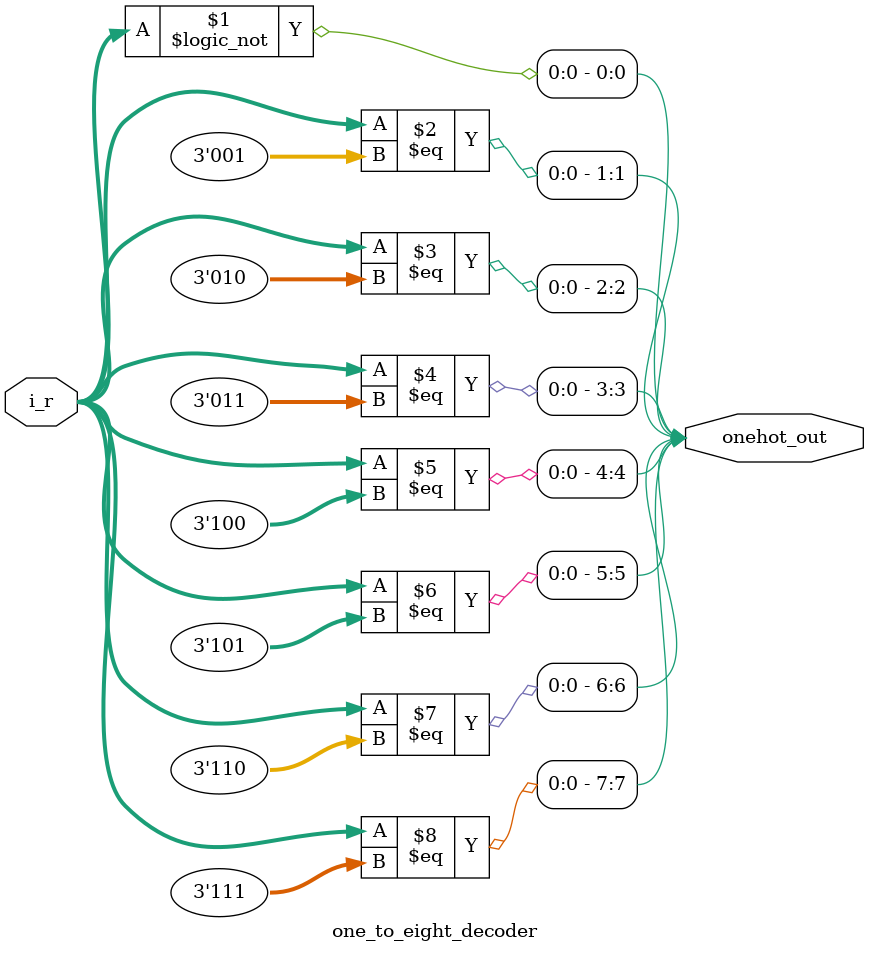
<source format=v>
/* TODO: Names of all group members
 * TODO: PennKeys of all group members
 *
 * lc4_regfile.v
 * Implements an 8-register register file parameterized on word size.
 *
 */

`timescale 1ns / 1ps

// Prevent implicit wire declaration
`default_nettype none

module lc4_regfile #(parameter n = 16)
   (input  wire         clk,
    input  wire         gwe,
    input  wire         rst,
    input  wire [  2:0] i_rs,      // rs selector
    output wire [n-1:0] o_rs_data, // rs contents
    input  wire [  2:0] i_rt,      // rt selector
    output wire [n-1:0] o_rt_data, // rt contents
    input  wire [  2:0] i_rd,      // rd selector
    input  wire [n-1:0] i_wdata,   // data to write
    input  wire         i_rd_we    // write enable
    );

   /***********************
    * TODO YOUR CODE HERE *
    ***********************/

wire i_r0_we;
wire i_r1_we;
wire i_r2_we;
wire i_r3_we;
wire i_r4_we;
wire i_r5_we;
wire i_r6_we;
wire i_r7_we;

wire [15:0] o_r0;
wire [15:0] o_r1;
wire [15:0] o_r2;
wire [15:0] o_r3;
wire [15:0] o_r4;
wire [15:0] o_r5;
wire [15:0] o_r6;
wire [15:0] o_r7;

//Nbit_reg #(n) r0();

wire [7:0] decoder_out;

one_to_eight_decoder d(.i_r(i_rd), .onehot_out(decoder_out));

assign i_r0_we = i_rd_we & (decoder_out[0]);
assign i_r1_we = i_rd_we & (decoder_out[1]);
assign i_r2_we = i_rd_we & (decoder_out[2]);
assign i_r3_we = i_rd_we & (decoder_out[3]);
assign i_r4_we = i_rd_we & (decoder_out[4]);
assign i_r5_we = i_rd_we & (decoder_out[5]);
assign i_r6_we = i_rd_we & (decoder_out[6]);
assign i_r7_we = i_rd_we & (decoder_out[7]);


Nbit_reg #(n) r0(.in(i_wdata), .out(o_r0), .clk(clk), .we(i_r0_we), .gwe(gwe), .rst(rst));
Nbit_reg #(n) r1(.in(i_wdata), .out(o_r1), .clk(clk), .we(i_r1_we), .gwe(gwe), .rst(rst));
Nbit_reg #(n) r2(.in(i_wdata), .out(o_r2), .clk(clk), .we(i_r2_we), .gwe(gwe), .rst(rst));
Nbit_reg #(n) r3(.in(i_wdata), .out(o_r3), .clk(clk), .we(i_r3_we), .gwe(gwe), .rst(rst));
Nbit_reg #(n) r4(.in(i_wdata), .out(o_r4), .clk(clk), .we(i_r4_we), .gwe(gwe), .rst(rst));
Nbit_reg #(n) r5(.in(i_wdata), .out(o_r5), .clk(clk), .we(i_r5_we), .gwe(gwe), .rst(rst));
Nbit_reg #(n) r6(.in(i_wdata), .out(o_r6), .clk(clk), .we(i_r6_we), .gwe(gwe), .rst(rst));
Nbit_reg #(n) r7(.in(i_wdata), .out(o_r7), .clk(clk), .we(i_r7_we), .gwe(gwe), .rst(rst));

assign o_rs_data = i_rs == 0 ? o_r0 : (i_rs == 1 ? o_r1 : (i_rs == 2 ? o_r2 : (i_rs == 3 ? o_r3 : (i_rs == 4 ? o_r4 : (i_rs == 5 ? o_r5 : (i_rs == 6 ? o_r6 : o_r7))))));

assign o_rt_data = i_rt == 0 ? o_r0 : (i_rt == 1 ? o_r1 : (i_rt == 2 ? o_r2 : (i_rt == 3 ? o_r3 : (i_rt == 4 ? o_r4 : (i_rt == 5 ? o_r5 : (i_rt == 6 ? o_r6 : o_r7))))));

endmodule

module one_to_eight_decoder 
	(input wire [2:0] i_r,
	 output wire [7:0] onehot_out);

assign onehot_out[0] = (i_r == 3'd0);
assign onehot_out[1] = (i_r == 3'd1);
assign onehot_out[2] = (i_r == 3'd2);
assign onehot_out[3] = (i_r == 3'd3);
assign onehot_out[4] = (i_r == 3'd4);
assign onehot_out[5] = (i_r == 3'd5);
assign onehot_out[6] = (i_r == 3'd6);
assign onehot_out[7] = (i_r == 3'd7);

endmodule

</source>
